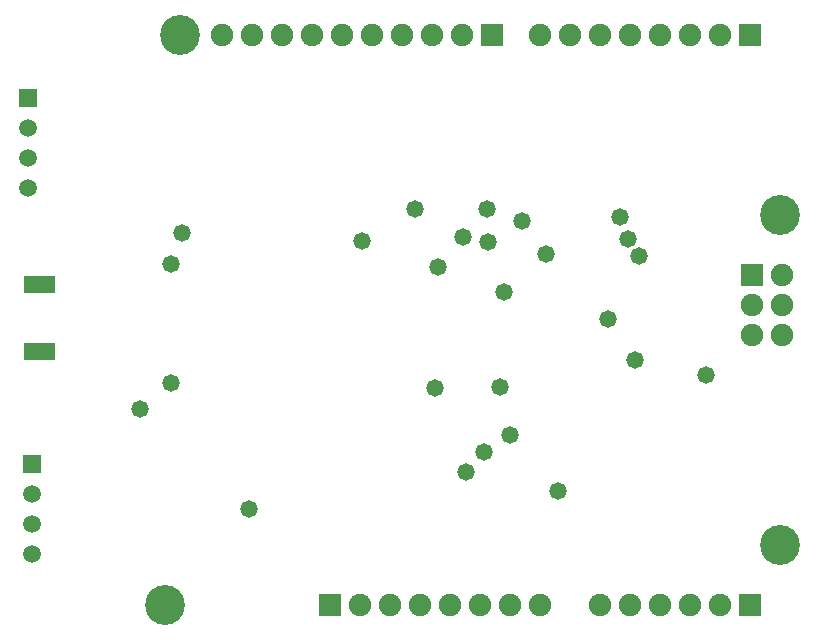
<source format=gbs>
G04*
G04 #@! TF.GenerationSoftware,Altium Limited,Altium Designer,23.10.1 (27)*
G04*
G04 Layer_Color=16711935*
%FSLAX44Y44*%
%MOMM*%
G71*
G04*
G04 #@! TF.SameCoordinates,DC49990F-6EA9-493E-B2B0-75892BC7290B*
G04*
G04*
G04 #@! TF.FilePolarity,Negative*
G04*
G01*
G75*
%ADD51R,1.5200X1.5200*%
%ADD52C,1.5200*%
%ADD53C,0.6532*%
%ADD54C,3.3782*%
%ADD55C,1.9032*%
%ADD56R,1.9032X1.9032*%
%ADD57R,1.9032X1.9032*%
%ADD58C,1.4732*%
G36*
X20004Y232470D02*
Y246944D01*
X46020D01*
Y232470D01*
X20004D01*
D02*
G37*
G36*
X20000Y288970D02*
Y303524D01*
X46020D01*
Y288970D01*
X20000D01*
D02*
G37*
D51*
X27000Y144750D02*
D03*
X24000Y454800D02*
D03*
D52*
X27000Y119350D02*
D03*
Y93950D02*
D03*
Y68550D02*
D03*
X24000Y429400D02*
D03*
Y404000D02*
D03*
Y378600D02*
D03*
D53*
X33020Y239720D02*
D03*
Y296220D02*
D03*
D54*
X660400Y355600D02*
D03*
X139700Y25400D02*
D03*
X660400Y76200D02*
D03*
X152400Y508000D02*
D03*
D55*
X457200Y25400D02*
D03*
X431800D02*
D03*
X406400D02*
D03*
X381000D02*
D03*
X355600D02*
D03*
X330200D02*
D03*
X304800D02*
D03*
X508000D02*
D03*
X533400D02*
D03*
X558800D02*
D03*
X584200D02*
D03*
X609600D02*
D03*
X661670Y304800D02*
D03*
X636270Y279400D02*
D03*
X661670D02*
D03*
X636270Y254000D02*
D03*
X661670D02*
D03*
X457200Y508000D02*
D03*
X482600D02*
D03*
X508000D02*
D03*
X533400D02*
D03*
X558800D02*
D03*
X584200D02*
D03*
X609600D02*
D03*
X187960D02*
D03*
X213360D02*
D03*
X238760D02*
D03*
X264160D02*
D03*
X289560D02*
D03*
X314960D02*
D03*
X340360D02*
D03*
X365760D02*
D03*
X391160D02*
D03*
D56*
X279400Y25400D02*
D03*
X635000D02*
D03*
Y508000D02*
D03*
X416560D02*
D03*
D57*
X636270Y304800D02*
D03*
D58*
X472250Y121500D02*
D03*
X515000Y267250D02*
D03*
X118000Y191250D02*
D03*
X144750Y213500D02*
D03*
X394250Y138250D02*
D03*
X432000Y169500D02*
D03*
X409250Y154750D02*
D03*
X210600Y106650D02*
D03*
X368250Y208750D02*
D03*
X144750Y314250D02*
D03*
X154250Y340000D02*
D03*
X392250Y337001D02*
D03*
X371000Y311500D02*
D03*
X525153Y353625D02*
D03*
X531556Y334694D02*
D03*
X540500Y320749D02*
D03*
X426403Y290152D02*
D03*
X461948Y322638D02*
D03*
X597408Y219900D02*
D03*
X537750Y232750D02*
D03*
X411988Y360172D02*
D03*
X351536D02*
D03*
X423500Y209500D02*
D03*
X306500Y333500D02*
D03*
X441750Y350750D02*
D03*
X412750Y332250D02*
D03*
M02*

</source>
